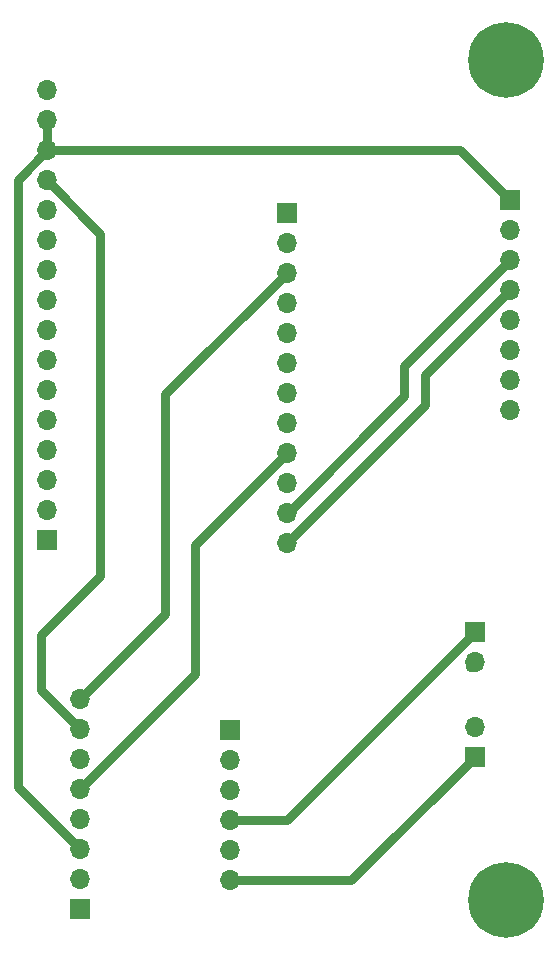
<source format=gbr>
%TF.GenerationSoftware,KiCad,Pcbnew,8.0.3*%
%TF.CreationDate,2024-07-09T13:00:30-04:00*%
%TF.ProjectId,PCB,5043422e-6b69-4636-9164-5f7063625858,rev?*%
%TF.SameCoordinates,Original*%
%TF.FileFunction,Copper,L1,Top*%
%TF.FilePolarity,Positive*%
%FSLAX46Y46*%
G04 Gerber Fmt 4.6, Leading zero omitted, Abs format (unit mm)*
G04 Created by KiCad (PCBNEW 8.0.3) date 2024-07-09 13:00:30*
%MOMM*%
%LPD*%
G01*
G04 APERTURE LIST*
%TA.AperFunction,ComponentPad*%
%ADD10R,1.700000X1.700000*%
%TD*%
%TA.AperFunction,ComponentPad*%
%ADD11O,1.700000X1.700000*%
%TD*%
%TA.AperFunction,ComponentPad*%
%ADD12C,6.400000*%
%TD*%
%TA.AperFunction,Conductor*%
%ADD13C,0.762000*%
%TD*%
%TA.AperFunction,Conductor*%
%ADD14C,0.200000*%
%TD*%
G04 APERTURE END LIST*
D10*
%TO.P,J1,1,Pin_1*%
%TO.N,unconnected-(J1-Pin_1-Pad1)*%
X31496000Y-77470000D03*
D11*
%TO.P,J1,2,Pin_2*%
%TO.N,unconnected-(J1-Pin_2-Pad2)*%
X31496000Y-74930000D03*
%TO.P,J1,3,Pin_3*%
%TO.N,unconnected-(J1-Pin_3-Pad3)*%
X31496000Y-72390000D03*
%TO.P,J1,4,Pin_4*%
%TO.N,unconnected-(J1-Pin_4-Pad4)*%
X31496000Y-69850000D03*
%TO.P,J1,5,Pin_5*%
%TO.N,unconnected-(J1-Pin_5-Pad5)*%
X31496000Y-67310000D03*
%TO.P,J1,6,Pin_6*%
%TO.N,unconnected-(J1-Pin_6-Pad6)*%
X31496000Y-64770000D03*
%TO.P,J1,7,Pin_7*%
%TO.N,unconnected-(J1-Pin_7-Pad7)*%
X31496000Y-62230000D03*
%TO.P,J1,8,Pin_8*%
%TO.N,unconnected-(J1-Pin_8-Pad8)*%
X31496000Y-59690000D03*
%TO.P,J1,9,Pin_9*%
%TO.N,unconnected-(J1-Pin_9-Pad9)*%
X31496000Y-57150000D03*
%TO.P,J1,10,Pin_10*%
%TO.N,AIN2*%
X31496000Y-54610000D03*
%TO.P,J1,11,Pin_11*%
%TO.N,BIN2*%
X31496000Y-52070000D03*
%TO.P,J1,12,Pin_12*%
%TO.N,unconnected-(J1-Pin_12-Pad12)*%
X31496000Y-49530000D03*
%TO.P,J1,13,Pin_13*%
%TO.N,GND*%
X31496000Y-46990000D03*
%TO.P,J1,14,Pin_14*%
%TO.N,+3.3V*%
X31496000Y-44450000D03*
%TO.P,J1,15,Pin_15*%
X31496000Y-41910000D03*
%TO.P,J1,16,Pin_16*%
%TO.N,unconnected-(J1-Pin_16-Pad16)*%
X31496000Y-39370000D03*
%TD*%
D12*
%TO.P,REF\u002A\u002A,1*%
%TO.N,N/C*%
X70358000Y-107950000D03*
%TD*%
D10*
%TO.P,J2,1,Pin_1*%
%TO.N,unconnected-(J2-Pin_1-Pad1)*%
X51816000Y-49720000D03*
D11*
%TO.P,J2,2,Pin_2*%
%TO.N,unconnected-(J2-Pin_2-Pad2)*%
X51816000Y-52260000D03*
%TO.P,J2,3,Pin_3*%
%TO.N,+5V*%
X51816000Y-54800000D03*
%TO.P,J2,4,Pin_4*%
%TO.N,unconnected-(J2-Pin_4-Pad4)*%
X51816000Y-57340000D03*
%TO.P,J2,5,Pin_5*%
%TO.N,unconnected-(J2-Pin_5-Pad5)*%
X51816000Y-59880000D03*
%TO.P,J2,6,Pin_6*%
%TO.N,unconnected-(J2-Pin_6-Pad6)*%
X51816000Y-62420000D03*
%TO.P,J2,7,Pin_7*%
%TO.N,unconnected-(J2-Pin_7-Pad7)*%
X51816000Y-64960000D03*
%TO.P,J2,8,Pin_8*%
%TO.N,unconnected-(J2-Pin_8-Pad8)*%
X51816000Y-67500000D03*
%TO.P,J2,9,Pin_9*%
%TO.N,BIN1*%
X51816000Y-70040000D03*
%TO.P,J2,10,Pin_10*%
%TO.N,AIN1*%
X51816000Y-72580000D03*
%TO.P,J2,11,Pin_11*%
%TO.N,SCL*%
X51816000Y-75120000D03*
%TO.P,J2,12,Pin_12*%
%TO.N,SDA*%
X51816000Y-77660000D03*
%TD*%
D12*
%TO.P,REF\u002A\u002A,1*%
%TO.N,N/C*%
X70358000Y-36830000D03*
%TD*%
D10*
%TO.P,J7,1,Pin_1*%
%TO.N,AOUT1*%
X67678000Y-95805000D03*
D11*
%TO.P,J7,2,Pin_2*%
%TO.N,AOUT2*%
X67678000Y-93265000D03*
%TD*%
D10*
%TO.P,J3,1,Pin_1*%
%TO.N,AIN1*%
X34290000Y-108697000D03*
D11*
%TO.P,J3,2,Pin_2*%
%TO.N,AIN2*%
X34290000Y-106157000D03*
%TO.P,J3,3,Pin_3*%
%TO.N,+3.3V*%
X34290000Y-103617000D03*
%TO.P,J3,4,Pin_4*%
%TO.N,BIN2*%
X34290000Y-101077000D03*
%TO.P,J3,5,Pin_5*%
%TO.N,BIN1*%
X34290000Y-98537000D03*
%TO.P,J3,6,Pin_6*%
%TO.N,unconnected-(J3-Pin_6-Pad6)*%
X34290000Y-95997000D03*
%TO.P,J3,7,Pin_7*%
%TO.N,GND*%
X34290000Y-93457000D03*
%TO.P,J3,8,Pin_8*%
%TO.N,+5V*%
X34290000Y-90917000D03*
%TD*%
D10*
%TO.P,J6,1,Pin_1*%
%TO.N,BOUT2*%
X67678000Y-85255000D03*
D11*
%TO.P,J6,2,Pin_2*%
%TO.N,BOUT1*%
X67678000Y-87795000D03*
%TD*%
D10*
%TO.P,J4,1,Pin_1*%
%TO.N,unconnected-(J4-Pin_1-Pad1)*%
X46990000Y-93551000D03*
D11*
%TO.P,J4,2,Pin_2*%
%TO.N,unconnected-(J4-Pin_2-Pad2)*%
X46990000Y-96091000D03*
%TO.P,J4,3,Pin_3*%
%TO.N,BOUT1*%
X46990000Y-98631000D03*
%TO.P,J4,4,Pin_4*%
%TO.N,BOUT2*%
X46990000Y-101171000D03*
%TO.P,J4,5,Pin_5*%
%TO.N,AOUT2*%
X46990000Y-103711000D03*
%TO.P,J4,6,Pin_6*%
%TO.N,AOUT1*%
X46990000Y-106251000D03*
%TD*%
D10*
%TO.P,J5,1,Pin_1*%
%TO.N,+3.3V*%
X70678000Y-48655000D03*
D11*
%TO.P,J5,2,Pin_2*%
%TO.N,GND*%
X70678000Y-51195000D03*
%TO.P,J5,3,Pin_3*%
%TO.N,SCL*%
X70678000Y-53735000D03*
%TO.P,J5,4,Pin_4*%
%TO.N,SDA*%
X70678000Y-56275000D03*
%TO.P,J5,5,Pin_5*%
%TO.N,unconnected-(J5-Pin_5-Pad5)*%
X70678000Y-58815000D03*
%TO.P,J5,6,Pin_6*%
%TO.N,unconnected-(J5-Pin_6-Pad6)*%
X70678000Y-61355000D03*
%TO.P,J5,7,Pin_7*%
%TO.N,unconnected-(J5-Pin_7-Pad7)*%
X70678000Y-63895000D03*
%TO.P,J5,8,Pin_8*%
%TO.N,unconnected-(J5-Pin_8-Pad8)*%
X70678000Y-66435000D03*
%TD*%
D13*
%TO.N,+5V*%
X41500000Y-83707000D02*
X41500000Y-65116000D01*
X41500000Y-65116000D02*
X51816000Y-54800000D01*
X34290000Y-90917000D02*
X41500000Y-83707000D01*
%TO.N,SCL*%
X51816000Y-75120000D02*
X51880000Y-75120000D01*
X51880000Y-75120000D02*
X61722000Y-65278000D01*
X61722000Y-65278000D02*
X61722000Y-62691000D01*
X61722000Y-62691000D02*
X70678000Y-53735000D01*
%TO.N,GND*%
X36000000Y-51494000D02*
X31496000Y-46990000D01*
X36000000Y-80500000D02*
X36000000Y-51494000D01*
X31000000Y-90167000D02*
X31000000Y-85500000D01*
X34290000Y-93457000D02*
X31000000Y-90167000D01*
X31000000Y-85500000D02*
X36000000Y-80500000D01*
%TO.N,+3.3V*%
X31496000Y-44450000D02*
X29000000Y-46946000D01*
X31496000Y-44450000D02*
X66473000Y-44450000D01*
X29000000Y-98327000D02*
X34290000Y-103617000D01*
X66473000Y-44450000D02*
X70678000Y-48655000D01*
D14*
X70866000Y-49291000D02*
X70542000Y-49291000D01*
D13*
X31496000Y-44450000D02*
X31496000Y-41910000D01*
X29000000Y-46946000D02*
X29000000Y-98327000D01*
%TO.N,SDA*%
X63500000Y-65976000D02*
X63500000Y-63453000D01*
X51816000Y-77660000D02*
X63500000Y-65976000D01*
X63500000Y-63453000D02*
X70678000Y-56275000D01*
%TO.N,BIN1*%
X44000000Y-88827000D02*
X44000000Y-77856000D01*
X34290000Y-98537000D02*
X44000000Y-88827000D01*
X44000000Y-77856000D02*
X51816000Y-70040000D01*
%TO.N,BOUT2*%
X46990000Y-101171000D02*
X51762000Y-101171000D01*
X51762000Y-101171000D02*
X67678000Y-85255000D01*
%TO.N,BOUT1*%
X67312000Y-88161000D02*
X67678000Y-87795000D01*
%TO.N,AOUT1*%
X67654000Y-95781000D02*
X67678000Y-95805000D01*
X57232000Y-106251000D02*
X67678000Y-95805000D01*
X46990000Y-106251000D02*
X57232000Y-106251000D01*
%TD*%
M02*

</source>
